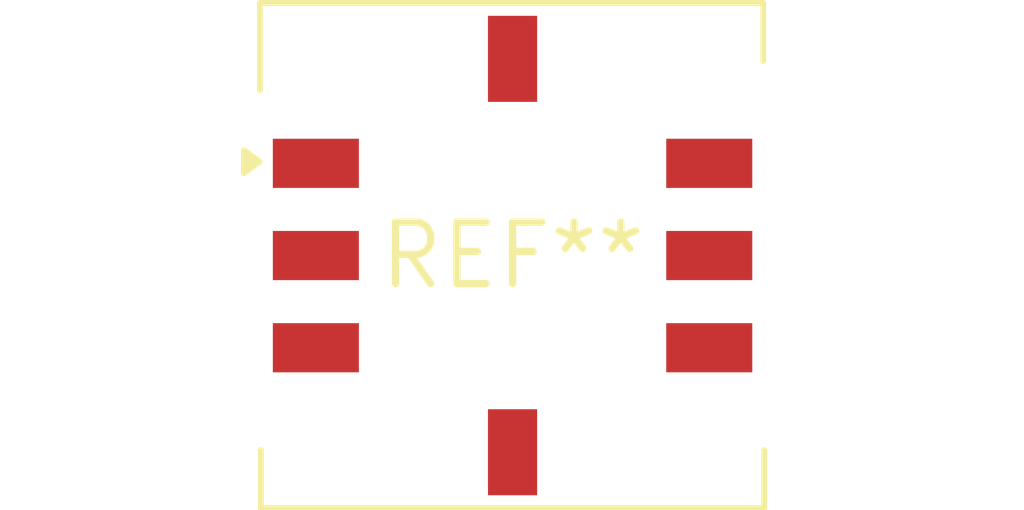
<source format=kicad_pcb>
(kicad_pcb (version 20240108) (generator pcbnew)
  (layers (0 "F.Cu" signal) (31 "B.Cu" signal) (34 "B.Paste" user) (35 "F.Paste" user) (36 "B.SilkS" user "B.Silkscreen") (37 "F.SilkS" user "F.Silkscreen") (38 "B.Mask" user) (39 "F.Mask" user) (44 "Edge.Cuts" user))
  (net 0 "")
  (footprint "Mini-Circuits_GP1212" (layer "F.Cu") (at 0 0)
    (property "Reference" "REF**")
    (property "Value" "Mini-Circuits_GP1212")
    (fp_line (start -5.22 -5.22) (end -5.22 -3.41) (layer "F.SilkS") (stroke (width 0.12)))
    (fp_line (start -5.22 -5.22) (end 5.18 -5.22) (layer "F.SilkS") (stroke (width 0.12)))
    (fp_line (start -5.2 4.02) (end -5.2 5.22) (layer "F.SilkS") (stroke (width 0.12)))
    (fp_line (start 5.18 -4.02) (end 5.18 -5.22) (layer "F.SilkS") (stroke (width 0.12)))
    (fp_line (start 5.2 5.22) (end -5.2 5.22) (layer "F.SilkS") (stroke (width 0.12)))
    (fp_line (start 5.2 5.22) (end 5.2 4.02) (layer "F.SilkS") (stroke (width 0.12)))
    (fp_poly (pts (xy -5.22 -1.94) (xy -5.55 -1.7) (xy -5.55 -2.18) (xy -5.22 -1.94)) (layer "F.SilkS") (stroke (width 0.12)) (fill solid))
    (pad "1" smd rect (at -4.064 -1.905 180) (size 1.778 1.016) (layers "F.Cu" "F.Paste" "F.Mask"))
    (pad "2" smd rect (at -4.064 0 180) (size 1.778 1.016) (layers "F.Cu" "F.Paste" "F.Mask"))
    (pad "3" smd rect (at -4.064 1.905 180) (size 1.778 1.016) (layers "F.Cu" "F.Paste" "F.Mask"))
    (pad "4" smd rect (at 0 4.064 270) (size 1.778 1.016) (layers "F.Cu" "F.Paste" "F.Mask"))
    (pad "5" smd rect (at 4.064 1.905) (size 1.778 1.016) (layers "F.Cu" "F.Paste" "F.Mask"))
    (pad "6" smd rect (at 4.064 0) (size 1.778 1.016) (layers "F.Cu" "F.Paste" "F.Mask"))
    (pad "7" smd rect (at 4.064 -1.905) (size 1.778 1.016) (layers "F.Cu" "F.Paste" "F.Mask"))
    (pad "8" smd rect (at 0 -4.064 270) (size 1.778 1.016) (layers "F.Cu" "F.Paste" "F.Mask"))
  )
)
</source>
